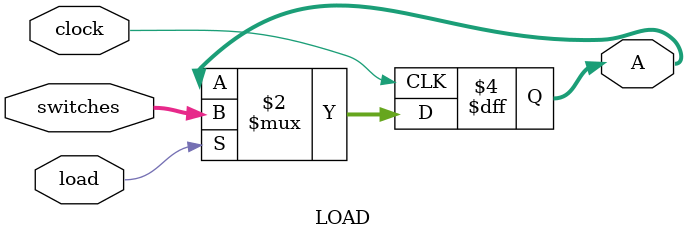
<source format=v>
module LOAD (
    input [7:0] switches,   // 8-bit input from switches or external source
    input load,             // Load signal (active high)
    input clock,              // Clock signal
    output reg [7:0] A          // 8-bit register A
);
    // Load operation
  always @(posedge clock) begin
        if (load) begin
            A <= switches;      // Load the value from switches into A when load is high
        end
    end
endmodule

</source>
